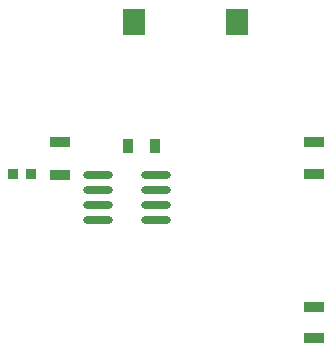
<source format=gtp>
G04*
G04 #@! TF.GenerationSoftware,Altium Limited,Altium Designer,24.1.2 (44)*
G04*
G04 Layer_Color=8421504*
%FSLAX44Y44*%
%MOMM*%
G71*
G04*
G04 #@! TF.SameCoordinates,0D61027A-B9A4-4D08-A004-814C5E794B05*
G04*
G04*
G04 #@! TF.FilePolarity,Positive*
G04*
G01*
G75*
%ADD14R,1.9000X2.3000*%
%ADD15O,2.5000X0.7000*%
%ADD16R,0.9000X1.2000*%
%ADD17R,0.9096X0.9121*%
%ADD18R,1.6582X0.9561*%
%ADD19R,1.7000X0.9500*%
D14*
X546750Y600500D02*
D03*
X633750D02*
D03*
D15*
X516250Y471050D02*
D03*
Y458350D02*
D03*
Y445650D02*
D03*
Y432950D02*
D03*
X565250Y471050D02*
D03*
Y458350D02*
D03*
Y445650D02*
D03*
Y432950D02*
D03*
D16*
X565000Y495250D02*
D03*
X542000D02*
D03*
D17*
X459762Y471500D02*
D03*
X444738D02*
D03*
D18*
X699250Y332989D02*
D03*
Y359511D02*
D03*
X699000Y471989D02*
D03*
Y498511D02*
D03*
D19*
X484000Y499250D02*
D03*
Y471250D02*
D03*
M02*

</source>
